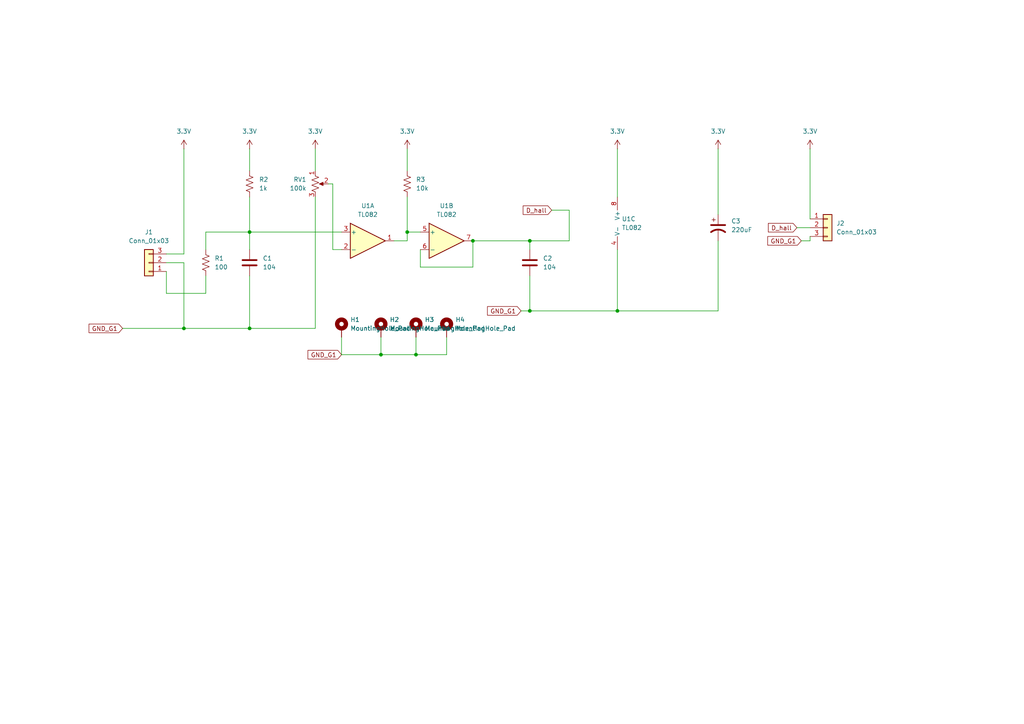
<source format=kicad_sch>
(kicad_sch
	(version 20231120)
	(generator "eeschema")
	(generator_version "8.0")
	(uuid "f313d6d8-94fb-4428-b36e-bb093cdc9c2f")
	(paper "A4")
	(lib_symbols
		(symbol "Amplifier_Operational:TL082"
			(pin_names
				(offset 0.127)
			)
			(exclude_from_sim no)
			(in_bom yes)
			(on_board yes)
			(property "Reference" "U"
				(at 0 5.08 0)
				(effects
					(font
						(size 1.27 1.27)
					)
					(justify left)
				)
			)
			(property "Value" "TL082"
				(at 0 -5.08 0)
				(effects
					(font
						(size 1.27 1.27)
					)
					(justify left)
				)
			)
			(property "Footprint" ""
				(at 0 0 0)
				(effects
					(font
						(size 1.27 1.27)
					)
					(hide yes)
				)
			)
			(property "Datasheet" "http://www.ti.com/lit/ds/symlink/tl081.pdf"
				(at 0 0 0)
				(effects
					(font
						(size 1.27 1.27)
					)
					(hide yes)
				)
			)
			(property "Description" "Dual JFET-Input Operational Amplifiers, DIP-8/SOIC-8/SSOP-8"
				(at 0 0 0)
				(effects
					(font
						(size 1.27 1.27)
					)
					(hide yes)
				)
			)
			(property "ki_locked" ""
				(at 0 0 0)
				(effects
					(font
						(size 1.27 1.27)
					)
				)
			)
			(property "ki_keywords" "dual opamp"
				(at 0 0 0)
				(effects
					(font
						(size 1.27 1.27)
					)
					(hide yes)
				)
			)
			(property "ki_fp_filters" "SOIC*3.9x4.9mm*P1.27mm* DIP*W7.62mm* TO*99* OnSemi*Micro8* TSSOP*3x3mm*P0.65mm* TSSOP*4.4x3mm*P0.65mm* MSOP*3x3mm*P0.65mm* SSOP*3.9x4.9mm*P0.635mm* LFCSP*2x2mm*P0.5mm* *SIP* SOIC*5.3x6.2mm*P1.27mm*"
				(at 0 0 0)
				(effects
					(font
						(size 1.27 1.27)
					)
					(hide yes)
				)
			)
			(symbol "TL082_1_1"
				(polyline
					(pts
						(xy -5.08 5.08) (xy 5.08 0) (xy -5.08 -5.08) (xy -5.08 5.08)
					)
					(stroke
						(width 0.254)
						(type default)
					)
					(fill
						(type background)
					)
				)
				(pin output line
					(at 7.62 0 180)
					(length 2.54)
					(name "~"
						(effects
							(font
								(size 1.27 1.27)
							)
						)
					)
					(number "1"
						(effects
							(font
								(size 1.27 1.27)
							)
						)
					)
				)
				(pin input line
					(at -7.62 -2.54 0)
					(length 2.54)
					(name "-"
						(effects
							(font
								(size 1.27 1.27)
							)
						)
					)
					(number "2"
						(effects
							(font
								(size 1.27 1.27)
							)
						)
					)
				)
				(pin input line
					(at -7.62 2.54 0)
					(length 2.54)
					(name "+"
						(effects
							(font
								(size 1.27 1.27)
							)
						)
					)
					(number "3"
						(effects
							(font
								(size 1.27 1.27)
							)
						)
					)
				)
			)
			(symbol "TL082_2_1"
				(polyline
					(pts
						(xy -5.08 5.08) (xy 5.08 0) (xy -5.08 -5.08) (xy -5.08 5.08)
					)
					(stroke
						(width 0.254)
						(type default)
					)
					(fill
						(type background)
					)
				)
				(pin input line
					(at -7.62 2.54 0)
					(length 2.54)
					(name "+"
						(effects
							(font
								(size 1.27 1.27)
							)
						)
					)
					(number "5"
						(effects
							(font
								(size 1.27 1.27)
							)
						)
					)
				)
				(pin input line
					(at -7.62 -2.54 0)
					(length 2.54)
					(name "-"
						(effects
							(font
								(size 1.27 1.27)
							)
						)
					)
					(number "6"
						(effects
							(font
								(size 1.27 1.27)
							)
						)
					)
				)
				(pin output line
					(at 7.62 0 180)
					(length 2.54)
					(name "~"
						(effects
							(font
								(size 1.27 1.27)
							)
						)
					)
					(number "7"
						(effects
							(font
								(size 1.27 1.27)
							)
						)
					)
				)
			)
			(symbol "TL082_3_1"
				(pin power_in line
					(at -2.54 -7.62 90)
					(length 3.81)
					(name "V-"
						(effects
							(font
								(size 1.27 1.27)
							)
						)
					)
					(number "4"
						(effects
							(font
								(size 1.27 1.27)
							)
						)
					)
				)
				(pin power_in line
					(at -2.54 7.62 270)
					(length 3.81)
					(name "V+"
						(effects
							(font
								(size 1.27 1.27)
							)
						)
					)
					(number "8"
						(effects
							(font
								(size 1.27 1.27)
							)
						)
					)
				)
			)
		)
		(symbol "Connector_Generic:Conn_01x03"
			(pin_names
				(offset 1.016) hide)
			(exclude_from_sim no)
			(in_bom yes)
			(on_board yes)
			(property "Reference" "J"
				(at 0 5.08 0)
				(effects
					(font
						(size 1.27 1.27)
					)
				)
			)
			(property "Value" "Conn_01x03"
				(at 0 -5.08 0)
				(effects
					(font
						(size 1.27 1.27)
					)
				)
			)
			(property "Footprint" ""
				(at 0 0 0)
				(effects
					(font
						(size 1.27 1.27)
					)
					(hide yes)
				)
			)
			(property "Datasheet" "~"
				(at 0 0 0)
				(effects
					(font
						(size 1.27 1.27)
					)
					(hide yes)
				)
			)
			(property "Description" "Generic connector, single row, 01x03, script generated (kicad-library-utils/schlib/autogen/connector/)"
				(at 0 0 0)
				(effects
					(font
						(size 1.27 1.27)
					)
					(hide yes)
				)
			)
			(property "ki_keywords" "connector"
				(at 0 0 0)
				(effects
					(font
						(size 1.27 1.27)
					)
					(hide yes)
				)
			)
			(property "ki_fp_filters" "Connector*:*_1x??_*"
				(at 0 0 0)
				(effects
					(font
						(size 1.27 1.27)
					)
					(hide yes)
				)
			)
			(symbol "Conn_01x03_1_1"
				(rectangle
					(start -1.27 -2.413)
					(end 0 -2.667)
					(stroke
						(width 0.1524)
						(type default)
					)
					(fill
						(type none)
					)
				)
				(rectangle
					(start -1.27 0.127)
					(end 0 -0.127)
					(stroke
						(width 0.1524)
						(type default)
					)
					(fill
						(type none)
					)
				)
				(rectangle
					(start -1.27 2.667)
					(end 0 2.413)
					(stroke
						(width 0.1524)
						(type default)
					)
					(fill
						(type none)
					)
				)
				(rectangle
					(start -1.27 3.81)
					(end 1.27 -3.81)
					(stroke
						(width 0.254)
						(type default)
					)
					(fill
						(type background)
					)
				)
				(pin passive line
					(at -5.08 2.54 0)
					(length 3.81)
					(name "Pin_1"
						(effects
							(font
								(size 1.27 1.27)
							)
						)
					)
					(number "1"
						(effects
							(font
								(size 1.27 1.27)
							)
						)
					)
				)
				(pin passive line
					(at -5.08 0 0)
					(length 3.81)
					(name "Pin_2"
						(effects
							(font
								(size 1.27 1.27)
							)
						)
					)
					(number "2"
						(effects
							(font
								(size 1.27 1.27)
							)
						)
					)
				)
				(pin passive line
					(at -5.08 -2.54 0)
					(length 3.81)
					(name "Pin_3"
						(effects
							(font
								(size 1.27 1.27)
							)
						)
					)
					(number "3"
						(effects
							(font
								(size 1.27 1.27)
							)
						)
					)
				)
			)
		)
		(symbol "Device:C"
			(pin_numbers hide)
			(pin_names
				(offset 0.254)
			)
			(exclude_from_sim no)
			(in_bom yes)
			(on_board yes)
			(property "Reference" "C"
				(at 0.635 2.54 0)
				(effects
					(font
						(size 1.27 1.27)
					)
					(justify left)
				)
			)
			(property "Value" "C"
				(at 0.635 -2.54 0)
				(effects
					(font
						(size 1.27 1.27)
					)
					(justify left)
				)
			)
			(property "Footprint" ""
				(at 0.9652 -3.81 0)
				(effects
					(font
						(size 1.27 1.27)
					)
					(hide yes)
				)
			)
			(property "Datasheet" "~"
				(at 0 0 0)
				(effects
					(font
						(size 1.27 1.27)
					)
					(hide yes)
				)
			)
			(property "Description" "Unpolarized capacitor"
				(at 0 0 0)
				(effects
					(font
						(size 1.27 1.27)
					)
					(hide yes)
				)
			)
			(property "ki_keywords" "cap capacitor"
				(at 0 0 0)
				(effects
					(font
						(size 1.27 1.27)
					)
					(hide yes)
				)
			)
			(property "ki_fp_filters" "C_*"
				(at 0 0 0)
				(effects
					(font
						(size 1.27 1.27)
					)
					(hide yes)
				)
			)
			(symbol "C_0_1"
				(polyline
					(pts
						(xy -2.032 -0.762) (xy 2.032 -0.762)
					)
					(stroke
						(width 0.508)
						(type default)
					)
					(fill
						(type none)
					)
				)
				(polyline
					(pts
						(xy -2.032 0.762) (xy 2.032 0.762)
					)
					(stroke
						(width 0.508)
						(type default)
					)
					(fill
						(type none)
					)
				)
			)
			(symbol "C_1_1"
				(pin passive line
					(at 0 3.81 270)
					(length 2.794)
					(name "~"
						(effects
							(font
								(size 1.27 1.27)
							)
						)
					)
					(number "1"
						(effects
							(font
								(size 1.27 1.27)
							)
						)
					)
				)
				(pin passive line
					(at 0 -3.81 90)
					(length 2.794)
					(name "~"
						(effects
							(font
								(size 1.27 1.27)
							)
						)
					)
					(number "2"
						(effects
							(font
								(size 1.27 1.27)
							)
						)
					)
				)
			)
		)
		(symbol "Device:C_Polarized_US"
			(pin_numbers hide)
			(pin_names
				(offset 0.254) hide)
			(exclude_from_sim no)
			(in_bom yes)
			(on_board yes)
			(property "Reference" "C"
				(at 0.635 2.54 0)
				(effects
					(font
						(size 1.27 1.27)
					)
					(justify left)
				)
			)
			(property "Value" "C_Polarized_US"
				(at 0.635 -2.54 0)
				(effects
					(font
						(size 1.27 1.27)
					)
					(justify left)
				)
			)
			(property "Footprint" ""
				(at 0 0 0)
				(effects
					(font
						(size 1.27 1.27)
					)
					(hide yes)
				)
			)
			(property "Datasheet" "~"
				(at 0 0 0)
				(effects
					(font
						(size 1.27 1.27)
					)
					(hide yes)
				)
			)
			(property "Description" "Polarized capacitor, US symbol"
				(at 0 0 0)
				(effects
					(font
						(size 1.27 1.27)
					)
					(hide yes)
				)
			)
			(property "ki_keywords" "cap capacitor"
				(at 0 0 0)
				(effects
					(font
						(size 1.27 1.27)
					)
					(hide yes)
				)
			)
			(property "ki_fp_filters" "CP_*"
				(at 0 0 0)
				(effects
					(font
						(size 1.27 1.27)
					)
					(hide yes)
				)
			)
			(symbol "C_Polarized_US_0_1"
				(polyline
					(pts
						(xy -2.032 0.762) (xy 2.032 0.762)
					)
					(stroke
						(width 0.508)
						(type default)
					)
					(fill
						(type none)
					)
				)
				(polyline
					(pts
						(xy -1.778 2.286) (xy -0.762 2.286)
					)
					(stroke
						(width 0)
						(type default)
					)
					(fill
						(type none)
					)
				)
				(polyline
					(pts
						(xy -1.27 1.778) (xy -1.27 2.794)
					)
					(stroke
						(width 0)
						(type default)
					)
					(fill
						(type none)
					)
				)
				(arc
					(start 2.032 -1.27)
					(mid 0 -0.5572)
					(end -2.032 -1.27)
					(stroke
						(width 0.508)
						(type default)
					)
					(fill
						(type none)
					)
				)
			)
			(symbol "C_Polarized_US_1_1"
				(pin passive line
					(at 0 3.81 270)
					(length 2.794)
					(name "~"
						(effects
							(font
								(size 1.27 1.27)
							)
						)
					)
					(number "1"
						(effects
							(font
								(size 1.27 1.27)
							)
						)
					)
				)
				(pin passive line
					(at 0 -3.81 90)
					(length 3.302)
					(name "~"
						(effects
							(font
								(size 1.27 1.27)
							)
						)
					)
					(number "2"
						(effects
							(font
								(size 1.27 1.27)
							)
						)
					)
				)
			)
		)
		(symbol "Device:R_Potentiometer_US"
			(pin_names
				(offset 1.016) hide)
			(exclude_from_sim no)
			(in_bom yes)
			(on_board yes)
			(property "Reference" "RV"
				(at -4.445 0 90)
				(effects
					(font
						(size 1.27 1.27)
					)
				)
			)
			(property "Value" "R_Potentiometer_US"
				(at -2.54 0 90)
				(effects
					(font
						(size 1.27 1.27)
					)
				)
			)
			(property "Footprint" ""
				(at 0 0 0)
				(effects
					(font
						(size 1.27 1.27)
					)
					(hide yes)
				)
			)
			(property "Datasheet" "~"
				(at 0 0 0)
				(effects
					(font
						(size 1.27 1.27)
					)
					(hide yes)
				)
			)
			(property "Description" "Potentiometer, US symbol"
				(at 0 0 0)
				(effects
					(font
						(size 1.27 1.27)
					)
					(hide yes)
				)
			)
			(property "ki_keywords" "resistor variable"
				(at 0 0 0)
				(effects
					(font
						(size 1.27 1.27)
					)
					(hide yes)
				)
			)
			(property "ki_fp_filters" "Potentiometer*"
				(at 0 0 0)
				(effects
					(font
						(size 1.27 1.27)
					)
					(hide yes)
				)
			)
			(symbol "R_Potentiometer_US_0_1"
				(polyline
					(pts
						(xy 0 -2.286) (xy 0 -2.54)
					)
					(stroke
						(width 0)
						(type default)
					)
					(fill
						(type none)
					)
				)
				(polyline
					(pts
						(xy 0 2.54) (xy 0 2.286)
					)
					(stroke
						(width 0)
						(type default)
					)
					(fill
						(type none)
					)
				)
				(polyline
					(pts
						(xy 2.54 0) (xy 1.524 0)
					)
					(stroke
						(width 0)
						(type default)
					)
					(fill
						(type none)
					)
				)
				(polyline
					(pts
						(xy 1.143 0) (xy 2.286 0.508) (xy 2.286 -0.508) (xy 1.143 0)
					)
					(stroke
						(width 0)
						(type default)
					)
					(fill
						(type outline)
					)
				)
				(polyline
					(pts
						(xy 0 -0.762) (xy 1.016 -1.143) (xy 0 -1.524) (xy -1.016 -1.905) (xy 0 -2.286)
					)
					(stroke
						(width 0)
						(type default)
					)
					(fill
						(type none)
					)
				)
				(polyline
					(pts
						(xy 0 0.762) (xy 1.016 0.381) (xy 0 0) (xy -1.016 -0.381) (xy 0 -0.762)
					)
					(stroke
						(width 0)
						(type default)
					)
					(fill
						(type none)
					)
				)
				(polyline
					(pts
						(xy 0 2.286) (xy 1.016 1.905) (xy 0 1.524) (xy -1.016 1.143) (xy 0 0.762)
					)
					(stroke
						(width 0)
						(type default)
					)
					(fill
						(type none)
					)
				)
			)
			(symbol "R_Potentiometer_US_1_1"
				(pin passive line
					(at 0 3.81 270)
					(length 1.27)
					(name "1"
						(effects
							(font
								(size 1.27 1.27)
							)
						)
					)
					(number "1"
						(effects
							(font
								(size 1.27 1.27)
							)
						)
					)
				)
				(pin passive line
					(at 3.81 0 180)
					(length 1.27)
					(name "2"
						(effects
							(font
								(size 1.27 1.27)
							)
						)
					)
					(number "2"
						(effects
							(font
								(size 1.27 1.27)
							)
						)
					)
				)
				(pin passive line
					(at 0 -3.81 90)
					(length 1.27)
					(name "3"
						(effects
							(font
								(size 1.27 1.27)
							)
						)
					)
					(number "3"
						(effects
							(font
								(size 1.27 1.27)
							)
						)
					)
				)
			)
		)
		(symbol "Device:R_US"
			(pin_numbers hide)
			(pin_names
				(offset 0)
			)
			(exclude_from_sim no)
			(in_bom yes)
			(on_board yes)
			(property "Reference" "R"
				(at 2.54 0 90)
				(effects
					(font
						(size 1.27 1.27)
					)
				)
			)
			(property "Value" "R_US"
				(at -2.54 0 90)
				(effects
					(font
						(size 1.27 1.27)
					)
				)
			)
			(property "Footprint" ""
				(at 1.016 -0.254 90)
				(effects
					(font
						(size 1.27 1.27)
					)
					(hide yes)
				)
			)
			(property "Datasheet" "~"
				(at 0 0 0)
				(effects
					(font
						(size 1.27 1.27)
					)
					(hide yes)
				)
			)
			(property "Description" "Resistor, US symbol"
				(at 0 0 0)
				(effects
					(font
						(size 1.27 1.27)
					)
					(hide yes)
				)
			)
			(property "ki_keywords" "R res resistor"
				(at 0 0 0)
				(effects
					(font
						(size 1.27 1.27)
					)
					(hide yes)
				)
			)
			(property "ki_fp_filters" "R_*"
				(at 0 0 0)
				(effects
					(font
						(size 1.27 1.27)
					)
					(hide yes)
				)
			)
			(symbol "R_US_0_1"
				(polyline
					(pts
						(xy 0 -2.286) (xy 0 -2.54)
					)
					(stroke
						(width 0)
						(type default)
					)
					(fill
						(type none)
					)
				)
				(polyline
					(pts
						(xy 0 2.286) (xy 0 2.54)
					)
					(stroke
						(width 0)
						(type default)
					)
					(fill
						(type none)
					)
				)
				(polyline
					(pts
						(xy 0 -0.762) (xy 1.016 -1.143) (xy 0 -1.524) (xy -1.016 -1.905) (xy 0 -2.286)
					)
					(stroke
						(width 0)
						(type default)
					)
					(fill
						(type none)
					)
				)
				(polyline
					(pts
						(xy 0 0.762) (xy 1.016 0.381) (xy 0 0) (xy -1.016 -0.381) (xy 0 -0.762)
					)
					(stroke
						(width 0)
						(type default)
					)
					(fill
						(type none)
					)
				)
				(polyline
					(pts
						(xy 0 2.286) (xy 1.016 1.905) (xy 0 1.524) (xy -1.016 1.143) (xy 0 0.762)
					)
					(stroke
						(width 0)
						(type default)
					)
					(fill
						(type none)
					)
				)
			)
			(symbol "R_US_1_1"
				(pin passive line
					(at 0 3.81 270)
					(length 1.27)
					(name "~"
						(effects
							(font
								(size 1.27 1.27)
							)
						)
					)
					(number "1"
						(effects
							(font
								(size 1.27 1.27)
							)
						)
					)
				)
				(pin passive line
					(at 0 -3.81 90)
					(length 1.27)
					(name "~"
						(effects
							(font
								(size 1.27 1.27)
							)
						)
					)
					(number "2"
						(effects
							(font
								(size 1.27 1.27)
							)
						)
					)
				)
			)
		)
		(symbol "Mechanical:MountingHole_Pad"
			(pin_numbers hide)
			(pin_names
				(offset 1.016) hide)
			(exclude_from_sim yes)
			(in_bom no)
			(on_board yes)
			(property "Reference" "H"
				(at 0 6.35 0)
				(effects
					(font
						(size 1.27 1.27)
					)
				)
			)
			(property "Value" "MountingHole_Pad"
				(at 0 4.445 0)
				(effects
					(font
						(size 1.27 1.27)
					)
				)
			)
			(property "Footprint" ""
				(at 0 0 0)
				(effects
					(font
						(size 1.27 1.27)
					)
					(hide yes)
				)
			)
			(property "Datasheet" "~"
				(at 0 0 0)
				(effects
					(font
						(size 1.27 1.27)
					)
					(hide yes)
				)
			)
			(property "Description" "Mounting Hole with connection"
				(at 0 0 0)
				(effects
					(font
						(size 1.27 1.27)
					)
					(hide yes)
				)
			)
			(property "ki_keywords" "mounting hole"
				(at 0 0 0)
				(effects
					(font
						(size 1.27 1.27)
					)
					(hide yes)
				)
			)
			(property "ki_fp_filters" "MountingHole*Pad*"
				(at 0 0 0)
				(effects
					(font
						(size 1.27 1.27)
					)
					(hide yes)
				)
			)
			(symbol "MountingHole_Pad_0_1"
				(circle
					(center 0 1.27)
					(radius 1.27)
					(stroke
						(width 1.27)
						(type default)
					)
					(fill
						(type none)
					)
				)
			)
			(symbol "MountingHole_Pad_1_1"
				(pin input line
					(at 0 -2.54 90)
					(length 2.54)
					(name "1"
						(effects
							(font
								(size 1.27 1.27)
							)
						)
					)
					(number "1"
						(effects
							(font
								(size 1.27 1.27)
							)
						)
					)
				)
			)
		)
		(symbol "power:VD"
			(power)
			(pin_numbers hide)
			(pin_names
				(offset 0) hide)
			(exclude_from_sim no)
			(in_bom yes)
			(on_board yes)
			(property "Reference" "#PWR"
				(at 0 -3.81 0)
				(effects
					(font
						(size 1.27 1.27)
					)
					(hide yes)
				)
			)
			(property "Value" "VD"
				(at 0 3.556 0)
				(effects
					(font
						(size 1.27 1.27)
					)
				)
			)
			(property "Footprint" ""
				(at 0 0 0)
				(effects
					(font
						(size 1.27 1.27)
					)
					(hide yes)
				)
			)
			(property "Datasheet" ""
				(at 0 0 0)
				(effects
					(font
						(size 1.27 1.27)
					)
					(hide yes)
				)
			)
			(property "Description" "Power symbol creates a global label with name \"VD\""
				(at 0 0 0)
				(effects
					(font
						(size 1.27 1.27)
					)
					(hide yes)
				)
			)
			(property "ki_keywords" "global power"
				(at 0 0 0)
				(effects
					(font
						(size 1.27 1.27)
					)
					(hide yes)
				)
			)
			(symbol "VD_0_1"
				(polyline
					(pts
						(xy -0.762 1.27) (xy 0 2.54)
					)
					(stroke
						(width 0)
						(type default)
					)
					(fill
						(type none)
					)
				)
				(polyline
					(pts
						(xy 0 0) (xy 0 2.54)
					)
					(stroke
						(width 0)
						(type default)
					)
					(fill
						(type none)
					)
				)
				(polyline
					(pts
						(xy 0 2.54) (xy 0.762 1.27)
					)
					(stroke
						(width 0)
						(type default)
					)
					(fill
						(type none)
					)
				)
			)
			(symbol "VD_1_1"
				(pin power_in line
					(at 0 0 90)
					(length 0)
					(name "~"
						(effects
							(font
								(size 1.27 1.27)
							)
						)
					)
					(number "1"
						(effects
							(font
								(size 1.27 1.27)
							)
						)
					)
				)
			)
		)
	)
	(junction
		(at 72.39 67.31)
		(diameter 0)
		(color 0 0 0 0)
		(uuid "0d763a60-580a-43d9-9b02-6288fc76c4e6")
	)
	(junction
		(at 179.07 90.17)
		(diameter 0)
		(color 0 0 0 0)
		(uuid "0db0cf99-30cf-45ab-b9be-9fc2183500de")
	)
	(junction
		(at 153.67 90.17)
		(diameter 0)
		(color 0 0 0 0)
		(uuid "109b4d3b-1285-4c3e-a625-aa60746962f1")
	)
	(junction
		(at 120.65 102.87)
		(diameter 0)
		(color 0 0 0 0)
		(uuid "184905f8-f56a-4f2d-9fb3-28b71c4766e7")
	)
	(junction
		(at 137.16 69.85)
		(diameter 0)
		(color 0 0 0 0)
		(uuid "238e94ec-b7f0-43f1-b0f2-ae6a355f1378")
	)
	(junction
		(at 153.67 69.85)
		(diameter 0)
		(color 0 0 0 0)
		(uuid "25a11def-82b1-46f4-81d0-3193d01b55ac")
	)
	(junction
		(at 72.39 95.25)
		(diameter 0)
		(color 0 0 0 0)
		(uuid "9c0336e2-54a8-4305-ae6b-37240c0c4d7a")
	)
	(junction
		(at 118.11 67.31)
		(diameter 0)
		(color 0 0 0 0)
		(uuid "a2aa00e8-9e1a-4d9c-b79f-4c906ed86fdd")
	)
	(junction
		(at 53.34 95.25)
		(diameter 0)
		(color 0 0 0 0)
		(uuid "d98b1ce5-5765-4923-8306-a3832e56658f")
	)
	(junction
		(at 110.49 102.87)
		(diameter 0)
		(color 0 0 0 0)
		(uuid "f6974bb1-0518-4892-bc03-06ad853749f4")
	)
	(wire
		(pts
			(xy 59.69 72.39) (xy 59.69 67.31)
		)
		(stroke
			(width 0)
			(type default)
		)
		(uuid "021a80fe-e67d-4305-906a-26081ed0ef74")
	)
	(wire
		(pts
			(xy 72.39 49.53) (xy 72.39 43.18)
		)
		(stroke
			(width 0)
			(type default)
		)
		(uuid "036e75c2-367c-4703-abd7-694f9b352e14")
	)
	(wire
		(pts
			(xy 72.39 67.31) (xy 99.06 67.31)
		)
		(stroke
			(width 0)
			(type default)
		)
		(uuid "08b391c9-5f0a-4f0d-99e0-0c1e7249fb44")
	)
	(wire
		(pts
			(xy 72.39 57.15) (xy 72.39 67.31)
		)
		(stroke
			(width 0)
			(type default)
		)
		(uuid "15e5bbdf-2d6b-41ff-ab3c-4dd3fbc70771")
	)
	(wire
		(pts
			(xy 53.34 76.2) (xy 53.34 95.25)
		)
		(stroke
			(width 0)
			(type default)
		)
		(uuid "1de3b137-07e0-4373-9a7a-1e9e607ae751")
	)
	(wire
		(pts
			(xy 234.95 66.04) (xy 231.14 66.04)
		)
		(stroke
			(width 0)
			(type default)
		)
		(uuid "1f9d982b-3527-4bf9-94c2-d044f0dce3c2")
	)
	(wire
		(pts
			(xy 91.44 43.18) (xy 91.44 49.53)
		)
		(stroke
			(width 0)
			(type default)
		)
		(uuid "2d281406-9bb3-4c7e-a878-ec7c9c04ad91")
	)
	(wire
		(pts
			(xy 118.11 67.31) (xy 118.11 69.85)
		)
		(stroke
			(width 0)
			(type default)
		)
		(uuid "3a7dbb29-a7af-4c96-a151-e76694b19eeb")
	)
	(wire
		(pts
			(xy 96.52 53.34) (xy 95.25 53.34)
		)
		(stroke
			(width 0)
			(type default)
		)
		(uuid "3bdc17b0-39e1-40ac-bf78-5dc96ea1de80")
	)
	(wire
		(pts
			(xy 120.65 102.87) (xy 110.49 102.87)
		)
		(stroke
			(width 0)
			(type default)
		)
		(uuid "427ccae7-e433-4b47-8e8a-10ddf11d89ef")
	)
	(wire
		(pts
			(xy 179.07 43.18) (xy 179.07 57.15)
		)
		(stroke
			(width 0)
			(type default)
		)
		(uuid "42c7fdf7-8009-4746-813d-f8b6ac1ce01d")
	)
	(wire
		(pts
			(xy 48.26 73.66) (xy 53.34 73.66)
		)
		(stroke
			(width 0)
			(type default)
		)
		(uuid "43c9286e-d49f-4cf6-8a63-5045ab1b2c57")
	)
	(wire
		(pts
			(xy 137.16 77.47) (xy 137.16 69.85)
		)
		(stroke
			(width 0)
			(type default)
		)
		(uuid "485f4fb5-8720-42cf-82d0-b4a23247839b")
	)
	(wire
		(pts
			(xy 48.26 85.09) (xy 59.69 85.09)
		)
		(stroke
			(width 0)
			(type default)
		)
		(uuid "4c950fca-0a9a-424c-8136-8defce247be3")
	)
	(wire
		(pts
			(xy 234.95 69.85) (xy 232.41 69.85)
		)
		(stroke
			(width 0)
			(type default)
		)
		(uuid "4dabc17c-22cf-4ff4-8c64-1261683107a8")
	)
	(wire
		(pts
			(xy 137.16 69.85) (xy 153.67 69.85)
		)
		(stroke
			(width 0)
			(type default)
		)
		(uuid "4f84999a-3890-4f5f-ae4f-0a704607192f")
	)
	(wire
		(pts
			(xy 99.06 102.87) (xy 99.06 97.79)
		)
		(stroke
			(width 0)
			(type default)
		)
		(uuid "50117398-c5f8-44e1-8722-b3d28f23f866")
	)
	(wire
		(pts
			(xy 118.11 69.85) (xy 114.3 69.85)
		)
		(stroke
			(width 0)
			(type default)
		)
		(uuid "54ec847d-fe15-4177-b078-8bd06098fbad")
	)
	(wire
		(pts
			(xy 72.39 95.25) (xy 53.34 95.25)
		)
		(stroke
			(width 0)
			(type default)
		)
		(uuid "5b194ced-164e-44d0-b288-cfc3892a1fc7")
	)
	(wire
		(pts
			(xy 91.44 57.15) (xy 91.44 95.25)
		)
		(stroke
			(width 0)
			(type default)
		)
		(uuid "6cda9f0c-50c9-4c85-a8f5-6c18f992a278")
	)
	(wire
		(pts
			(xy 53.34 95.25) (xy 35.56 95.25)
		)
		(stroke
			(width 0)
			(type default)
		)
		(uuid "6e45249e-c0a8-401c-8375-20e6f2c5a853")
	)
	(wire
		(pts
			(xy 120.65 97.79) (xy 120.65 102.87)
		)
		(stroke
			(width 0)
			(type default)
		)
		(uuid "7667c705-b56a-4153-a721-895e27c6690d")
	)
	(wire
		(pts
			(xy 165.1 60.96) (xy 165.1 69.85)
		)
		(stroke
			(width 0)
			(type default)
		)
		(uuid "7a17b1a2-7ae6-4e8a-8792-968e3740f57c")
	)
	(wire
		(pts
			(xy 91.44 95.25) (xy 72.39 95.25)
		)
		(stroke
			(width 0)
			(type default)
		)
		(uuid "7a3fb511-f436-4181-a816-2e19424f9e1e")
	)
	(wire
		(pts
			(xy 151.13 90.17) (xy 153.67 90.17)
		)
		(stroke
			(width 0)
			(type default)
		)
		(uuid "8177ba9b-db7e-499a-a83d-c3b30fc18725")
	)
	(wire
		(pts
			(xy 160.02 60.96) (xy 165.1 60.96)
		)
		(stroke
			(width 0)
			(type default)
		)
		(uuid "81b3b83d-184a-4203-93cb-21ca46b500c5")
	)
	(wire
		(pts
			(xy 59.69 85.09) (xy 59.69 80.01)
		)
		(stroke
			(width 0)
			(type default)
		)
		(uuid "872ac302-cd6a-4718-8ef2-c363e55783ed")
	)
	(wire
		(pts
			(xy 121.92 72.39) (xy 121.92 77.47)
		)
		(stroke
			(width 0)
			(type default)
		)
		(uuid "92f677f8-f009-46bd-906a-6c0389bc6001")
	)
	(wire
		(pts
			(xy 153.67 90.17) (xy 179.07 90.17)
		)
		(stroke
			(width 0)
			(type default)
		)
		(uuid "982fbbc8-1519-40d7-a543-3f00095802d8")
	)
	(wire
		(pts
			(xy 110.49 102.87) (xy 99.06 102.87)
		)
		(stroke
			(width 0)
			(type default)
		)
		(uuid "99ee57b6-176a-4c54-aa38-4972ce51c05d")
	)
	(wire
		(pts
			(xy 59.69 67.31) (xy 72.39 67.31)
		)
		(stroke
			(width 0)
			(type default)
		)
		(uuid "abf5da21-dbff-4015-8d42-37f1bf75f512")
	)
	(wire
		(pts
			(xy 99.06 72.39) (xy 96.52 72.39)
		)
		(stroke
			(width 0)
			(type default)
		)
		(uuid "ac1763ff-d09b-4346-9136-7c76b574fbec")
	)
	(wire
		(pts
			(xy 48.26 76.2) (xy 53.34 76.2)
		)
		(stroke
			(width 0)
			(type default)
		)
		(uuid "aca93a3a-3557-43fc-aea5-04d0431585b4")
	)
	(wire
		(pts
			(xy 208.28 62.23) (xy 208.28 43.18)
		)
		(stroke
			(width 0)
			(type default)
		)
		(uuid "b1d47360-3805-47ba-9611-a0a29a887026")
	)
	(wire
		(pts
			(xy 208.28 90.17) (xy 208.28 69.85)
		)
		(stroke
			(width 0)
			(type default)
		)
		(uuid "b8aeb9f1-619e-4a7f-b805-ea1eab7378f2")
	)
	(wire
		(pts
			(xy 121.92 77.47) (xy 137.16 77.47)
		)
		(stroke
			(width 0)
			(type default)
		)
		(uuid "c2ffd4d0-7c09-4dac-937a-73196f2bb2c2")
	)
	(wire
		(pts
			(xy 118.11 49.53) (xy 118.11 43.18)
		)
		(stroke
			(width 0)
			(type default)
		)
		(uuid "c4f5265f-f468-4747-9f2d-cba368cee812")
	)
	(wire
		(pts
			(xy 165.1 69.85) (xy 153.67 69.85)
		)
		(stroke
			(width 0)
			(type default)
		)
		(uuid "ca6d7354-3db2-4f0c-9b0b-d0bf568e7daa")
	)
	(wire
		(pts
			(xy 53.34 73.66) (xy 53.34 43.18)
		)
		(stroke
			(width 0)
			(type default)
		)
		(uuid "cff3384b-9dbc-4644-b87f-cc7711c59703")
	)
	(wire
		(pts
			(xy 48.26 85.09) (xy 48.26 78.74)
		)
		(stroke
			(width 0)
			(type default)
		)
		(uuid "d39ae181-9aa9-4eda-b7d0-002ea9e59337")
	)
	(wire
		(pts
			(xy 72.39 80.01) (xy 72.39 95.25)
		)
		(stroke
			(width 0)
			(type default)
		)
		(uuid "d5024aaa-41f1-44dd-9b45-46892e7b4ae3")
	)
	(wire
		(pts
			(xy 129.54 102.87) (xy 120.65 102.87)
		)
		(stroke
			(width 0)
			(type default)
		)
		(uuid "d9f63037-0ba0-42e9-8c26-36720462dcf3")
	)
	(wire
		(pts
			(xy 179.07 72.39) (xy 179.07 90.17)
		)
		(stroke
			(width 0)
			(type default)
		)
		(uuid "da1038ed-0578-473a-994c-2275c41018be")
	)
	(wire
		(pts
			(xy 234.95 68.58) (xy 234.95 69.85)
		)
		(stroke
			(width 0)
			(type default)
		)
		(uuid "db450562-ba05-4708-8c5d-e1df386d4c9b")
	)
	(wire
		(pts
			(xy 179.07 90.17) (xy 208.28 90.17)
		)
		(stroke
			(width 0)
			(type default)
		)
		(uuid "dc150ecd-0b64-4cdb-a291-724931f116bb")
	)
	(wire
		(pts
			(xy 96.52 72.39) (xy 96.52 53.34)
		)
		(stroke
			(width 0)
			(type default)
		)
		(uuid "dcba978b-6ec5-4397-8adb-7d5a0b46709c")
	)
	(wire
		(pts
			(xy 110.49 97.79) (xy 110.49 102.87)
		)
		(stroke
			(width 0)
			(type default)
		)
		(uuid "ec2586f7-7b36-488a-a0f9-ae7c8301a9a4")
	)
	(wire
		(pts
			(xy 234.95 63.5) (xy 234.95 43.18)
		)
		(stroke
			(width 0)
			(type default)
		)
		(uuid "ef1ef2b2-0754-4dad-a698-f52d6a71974c")
	)
	(wire
		(pts
			(xy 129.54 97.79) (xy 129.54 102.87)
		)
		(stroke
			(width 0)
			(type default)
		)
		(uuid "ef24d181-30ea-47d5-be27-7c3d66c44cc1")
	)
	(wire
		(pts
			(xy 153.67 80.01) (xy 153.67 90.17)
		)
		(stroke
			(width 0)
			(type default)
		)
		(uuid "f30c58e8-599d-4a4b-82fd-a2ed0e3190a2")
	)
	(wire
		(pts
			(xy 121.92 67.31) (xy 118.11 67.31)
		)
		(stroke
			(width 0)
			(type default)
		)
		(uuid "f48272a4-e47c-4eb5-be2b-7b0a1a51813d")
	)
	(wire
		(pts
			(xy 72.39 72.39) (xy 72.39 67.31)
		)
		(stroke
			(width 0)
			(type default)
		)
		(uuid "f69529de-3d98-4be0-8f02-fa117b77d57b")
	)
	(wire
		(pts
			(xy 118.11 57.15) (xy 118.11 67.31)
		)
		(stroke
			(width 0)
			(type default)
		)
		(uuid "fae97060-fffc-4a3e-809d-531a28dea047")
	)
	(wire
		(pts
			(xy 153.67 69.85) (xy 153.67 72.39)
		)
		(stroke
			(width 0)
			(type default)
		)
		(uuid "ff16d94c-cdfc-4fa9-a2d6-2e4e5a679230")
	)
	(global_label "D_hall"
		(shape input)
		(at 160.02 60.96 180)
		(fields_autoplaced yes)
		(effects
			(font
				(size 1.27 1.27)
			)
			(justify right)
		)
		(uuid "40543041-59ba-4398-8b13-57fe26492411")
		(property "Intersheetrefs" "${INTERSHEET_REFS}"
			(at 151.1688 60.96 0)
			(effects
				(font
					(size 1.27 1.27)
				)
				(justify right)
				(hide yes)
			)
		)
	)
	(global_label "GND_G1"
		(shape input)
		(at 232.41 69.85 180)
		(fields_autoplaced yes)
		(effects
			(font
				(size 1.27 1.27)
			)
			(justify right)
		)
		(uuid "416bbb1f-1ab3-44ee-821b-0c8d4f7adffc")
		(property "Intersheetrefs" "${INTERSHEET_REFS}"
			(at 222.1072 69.85 0)
			(effects
				(font
					(size 1.27 1.27)
				)
				(justify right)
				(hide yes)
			)
		)
	)
	(global_label "GND_G1"
		(shape input)
		(at 35.56 95.25 180)
		(fields_autoplaced yes)
		(effects
			(font
				(size 1.27 1.27)
			)
			(justify right)
		)
		(uuid "54fb8d8f-464a-4140-844c-9e17a50a29b2")
		(property "Intersheetrefs" "${INTERSHEET_REFS}"
			(at 25.2572 95.25 0)
			(effects
				(font
					(size 1.27 1.27)
				)
				(justify right)
				(hide yes)
			)
		)
	)
	(global_label "D_hall"
		(shape input)
		(at 231.14 66.04 180)
		(fields_autoplaced yes)
		(effects
			(font
				(size 1.27 1.27)
			)
			(justify right)
		)
		(uuid "58195ee2-e380-4c52-8f71-d3eb04a9f1bf")
		(property "Intersheetrefs" "${INTERSHEET_REFS}"
			(at 222.2888 66.04 0)
			(effects
				(font
					(size 1.27 1.27)
				)
				(justify right)
				(hide yes)
			)
		)
	)
	(global_label "GND_G1"
		(shape input)
		(at 151.13 90.17 180)
		(fields_autoplaced yes)
		(effects
			(font
				(size 1.27 1.27)
			)
			(justify right)
		)
		(uuid "8122945e-d7fa-45e6-b3c3-92f6f09004a2")
		(property "Intersheetrefs" "${INTERSHEET_REFS}"
			(at 140.8272 90.17 0)
			(effects
				(font
					(size 1.27 1.27)
				)
				(justify right)
				(hide yes)
			)
		)
	)
	(global_label "GND_G1"
		(shape input)
		(at 99.06 102.87 180)
		(fields_autoplaced yes)
		(effects
			(font
				(size 1.27 1.27)
			)
			(justify right)
		)
		(uuid "c7437202-5815-4d9f-bbd7-76edc883fdc4")
		(property "Intersheetrefs" "${INTERSHEET_REFS}"
			(at 88.7572 102.87 0)
			(effects
				(font
					(size 1.27 1.27)
				)
				(justify right)
				(hide yes)
			)
		)
	)
	(symbol
		(lib_id "power:VD")
		(at 234.95 43.18 0)
		(unit 1)
		(exclude_from_sim no)
		(in_bom yes)
		(on_board yes)
		(dnp no)
		(fields_autoplaced yes)
		(uuid "0c7d6c0d-b2fd-40c4-ba2e-633d5e7fbd58")
		(property "Reference" "#PWR07"
			(at 234.95 46.99 0)
			(effects
				(font
					(size 1.27 1.27)
				)
				(hide yes)
			)
		)
		(property "Value" "3.3V"
			(at 234.95 38.1 0)
			(effects
				(font
					(size 1.27 1.27)
				)
			)
		)
		(property "Footprint" ""
			(at 234.95 43.18 0)
			(effects
				(font
					(size 1.27 1.27)
				)
				(hide yes)
			)
		)
		(property "Datasheet" ""
			(at 234.95 43.18 0)
			(effects
				(font
					(size 1.27 1.27)
				)
				(hide yes)
			)
		)
		(property "Description" "Power symbol creates a global label with name \"VD\""
			(at 234.95 43.18 0)
			(effects
				(font
					(size 1.27 1.27)
				)
				(hide yes)
			)
		)
		(pin "1"
			(uuid "0adb2885-63d5-4ced-996d-4b8e899f530a")
		)
		(instances
			(project "Placa ANEMOMETRO"
				(path "/f313d6d8-94fb-4428-b36e-bb093cdc9c2f"
					(reference "#PWR07")
					(unit 1)
				)
			)
		)
	)
	(symbol
		(lib_id "Device:R_US")
		(at 59.69 76.2 0)
		(unit 1)
		(exclude_from_sim no)
		(in_bom yes)
		(on_board yes)
		(dnp no)
		(fields_autoplaced yes)
		(uuid "110baa65-a68f-4e4f-a34f-e3daa4911d7f")
		(property "Reference" "R1"
			(at 62.23 74.9299 0)
			(effects
				(font
					(size 1.27 1.27)
				)
				(justify left)
			)
		)
		(property "Value" "100"
			(at 62.23 77.4699 0)
			(effects
				(font
					(size 1.27 1.27)
				)
				(justify left)
			)
		)
		(property "Footprint" "Resistor_THT:R_Axial_DIN0207_L6.3mm_D2.5mm_P7.62mm_Horizontal"
			(at 60.706 76.454 90)
			(effects
				(font
					(size 1.27 1.27)
				)
				(hide yes)
			)
		)
		(property "Datasheet" "~"
			(at 59.69 76.2 0)
			(effects
				(font
					(size 1.27 1.27)
				)
				(hide yes)
			)
		)
		(property "Description" "Resistor, US symbol"
			(at 59.69 76.2 0)
			(effects
				(font
					(size 1.27 1.27)
				)
				(hide yes)
			)
		)
		(pin "2"
			(uuid "bfc899d1-747d-4ab3-a7d0-0caa7ffd52aa")
		)
		(pin "1"
			(uuid "e3c8bd42-12e9-462f-8bc0-ec87cb6dcbe6")
		)
		(instances
			(project ""
				(path "/f313d6d8-94fb-4428-b36e-bb093cdc9c2f"
					(reference "R1")
					(unit 1)
				)
			)
		)
	)
	(symbol
		(lib_id "Mechanical:MountingHole_Pad")
		(at 120.65 95.25 0)
		(unit 1)
		(exclude_from_sim yes)
		(in_bom no)
		(on_board yes)
		(dnp no)
		(fields_autoplaced yes)
		(uuid "138b90a3-2f5f-48ab-b03c-8243e5aa7963")
		(property "Reference" "H3"
			(at 123.19 92.7099 0)
			(effects
				(font
					(size 1.27 1.27)
				)
				(justify left)
			)
		)
		(property "Value" "MountingHole_Pad"
			(at 123.19 95.2499 0)
			(effects
				(font
					(size 1.27 1.27)
				)
				(justify left)
			)
		)
		(property "Footprint" "MountingHole:MountingHole_2.2mm_M2_DIN965_Pad"
			(at 120.65 95.25 0)
			(effects
				(font
					(size 1.27 1.27)
				)
				(hide yes)
			)
		)
		(property "Datasheet" "~"
			(at 120.65 95.25 0)
			(effects
				(font
					(size 1.27 1.27)
				)
				(hide yes)
			)
		)
		(property "Description" "Mounting Hole with connection"
			(at 120.65 95.25 0)
			(effects
				(font
					(size 1.27 1.27)
				)
				(hide yes)
			)
		)
		(pin "1"
			(uuid "e25be6a5-9e7b-4ba4-a512-fc89d5ce2d95")
		)
		(instances
			(project "Placa ANEMOMETRO"
				(path "/f313d6d8-94fb-4428-b36e-bb093cdc9c2f"
					(reference "H3")
					(unit 1)
				)
			)
		)
	)
	(symbol
		(lib_id "Device:R_US")
		(at 72.39 53.34 0)
		(unit 1)
		(exclude_from_sim no)
		(in_bom yes)
		(on_board yes)
		(dnp no)
		(fields_autoplaced yes)
		(uuid "16162b95-dde8-4ded-a8e8-cfbbd4d42724")
		(property "Reference" "R2"
			(at 75.1318 52.0699 0)
			(effects
				(font
					(size 1.27 1.27)
				)
				(justify left)
			)
		)
		(property "Value" "1k"
			(at 75.1318 54.6099 0)
			(effects
				(font
					(size 1.27 1.27)
				)
				(justify left)
			)
		)
		(property "Footprint" "Resistor_THT:R_Axial_DIN0207_L6.3mm_D2.5mm_P7.62mm_Horizontal"
			(at 73.406 53.594 90)
			(effects
				(font
					(size 1.27 1.27)
				)
				(hide yes)
			)
		)
		(property "Datasheet" "~"
			(at 72.39 53.34 0)
			(effects
				(font
					(size 1.27 1.27)
				)
				(hide yes)
			)
		)
		(property "Description" "Resistor, US symbol"
			(at 72.39 53.34 0)
			(effects
				(font
					(size 1.27 1.27)
				)
				(hide yes)
			)
		)
		(pin "2"
			(uuid "30c10ddd-0501-43ac-abc9-0e6849121e3b")
		)
		(pin "1"
			(uuid "296e65f0-a1b0-4db7-b1b9-4ce5cc41cc5a")
		)
		(instances
			(project "Placa ANEMOMETRO"
				(path "/f313d6d8-94fb-4428-b36e-bb093cdc9c2f"
					(reference "R2")
					(unit 1)
				)
			)
		)
	)
	(symbol
		(lib_id "Connector_Generic:Conn_01x03")
		(at 43.18 76.2 180)
		(unit 1)
		(exclude_from_sim no)
		(in_bom yes)
		(on_board yes)
		(dnp no)
		(fields_autoplaced yes)
		(uuid "1f2bd61c-1bdd-4dd5-96bf-3e32af715a9d")
		(property "Reference" "J1"
			(at 43.18 67.31 0)
			(effects
				(font
					(size 1.27 1.27)
				)
			)
		)
		(property "Value" "Conn_01x03"
			(at 43.18 69.85 0)
			(effects
				(font
					(size 1.27 1.27)
				)
			)
		)
		(property "Footprint" "Connector_PinHeader_2.54mm:PinHeader_1x03_P2.54mm_Vertical"
			(at 43.18 76.2 0)
			(effects
				(font
					(size 1.27 1.27)
				)
				(hide yes)
			)
		)
		(property "Datasheet" "~"
			(at 43.18 76.2 0)
			(effects
				(font
					(size 1.27 1.27)
				)
				(hide yes)
			)
		)
		(property "Description" "Generic connector, single row, 01x03, script generated (kicad-library-utils/schlib/autogen/connector/)"
			(at 43.18 76.2 0)
			(effects
				(font
					(size 1.27 1.27)
				)
				(hide yes)
			)
		)
		(pin "2"
			(uuid "785c53e0-e3e8-46e2-b042-568a8bed8c01")
		)
		(pin "3"
			(uuid "9cfc5d47-3193-408e-b2fc-4afcae528f34")
		)
		(pin "1"
			(uuid "95aadf5e-b5ea-479e-8501-22c8033663bd")
		)
		(instances
			(project ""
				(path "/f313d6d8-94fb-4428-b36e-bb093cdc9c2f"
					(reference "J1")
					(unit 1)
				)
			)
		)
	)
	(symbol
		(lib_id "Mechanical:MountingHole_Pad")
		(at 99.06 95.25 0)
		(unit 1)
		(exclude_from_sim yes)
		(in_bom no)
		(on_board yes)
		(dnp no)
		(fields_autoplaced yes)
		(uuid "2f7f7481-e568-4b2e-a730-04f36cb76f0f")
		(property "Reference" "H1"
			(at 101.6 92.7099 0)
			(effects
				(font
					(size 1.27 1.27)
				)
				(justify left)
			)
		)
		(property "Value" "MountingHole_Pad"
			(at 101.6 95.2499 0)
			(effects
				(font
					(size 1.27 1.27)
				)
				(justify left)
			)
		)
		(property "Footprint" "MountingHole:MountingHole_2.2mm_M2_DIN965_Pad"
			(at 99.06 95.25 0)
			(effects
				(font
					(size 1.27 1.27)
				)
				(hide yes)
			)
		)
		(property "Datasheet" "~"
			(at 99.06 95.25 0)
			(effects
				(font
					(size 1.27 1.27)
				)
				(hide yes)
			)
		)
		(property "Description" "Mounting Hole with connection"
			(at 99.06 95.25 0)
			(effects
				(font
					(size 1.27 1.27)
				)
				(hide yes)
			)
		)
		(pin "1"
			(uuid "9ae10c1e-69ba-4734-901b-7c20ee3e7151")
		)
		(instances
			(project ""
				(path "/f313d6d8-94fb-4428-b36e-bb093cdc9c2f"
					(reference "H1")
					(unit 1)
				)
			)
		)
	)
	(symbol
		(lib_id "Mechanical:MountingHole_Pad")
		(at 110.49 95.25 0)
		(unit 1)
		(exclude_from_sim yes)
		(in_bom no)
		(on_board yes)
		(dnp no)
		(fields_autoplaced yes)
		(uuid "318fd49b-d427-4aa7-a072-10c0047be44e")
		(property "Reference" "H2"
			(at 113.03 92.7099 0)
			(effects
				(font
					(size 1.27 1.27)
				)
				(justify left)
			)
		)
		(property "Value" "MountingHole_Pad"
			(at 113.03 95.2499 0)
			(effects
				(font
					(size 1.27 1.27)
				)
				(justify left)
			)
		)
		(property "Footprint" "MountingHole:MountingHole_2.2mm_M2_DIN965_Pad"
			(at 110.49 95.25 0)
			(effects
				(font
					(size 1.27 1.27)
				)
				(hide yes)
			)
		)
		(property "Datasheet" "~"
			(at 110.49 95.25 0)
			(effects
				(font
					(size 1.27 1.27)
				)
				(hide yes)
			)
		)
		(property "Description" "Mounting Hole with connection"
			(at 110.49 95.25 0)
			(effects
				(font
					(size 1.27 1.27)
				)
				(hide yes)
			)
		)
		(pin "1"
			(uuid "2a5a25ea-5ff2-40a5-9678-15a126c48d18")
		)
		(instances
			(project "Placa ANEMOMETRO"
				(path "/f313d6d8-94fb-4428-b36e-bb093cdc9c2f"
					(reference "H2")
					(unit 1)
				)
			)
		)
	)
	(symbol
		(lib_id "power:VD")
		(at 179.07 43.18 0)
		(unit 1)
		(exclude_from_sim no)
		(in_bom yes)
		(on_board yes)
		(dnp no)
		(fields_autoplaced yes)
		(uuid "33ce03d6-8168-4501-9ce9-340095711bca")
		(property "Reference" "#PWR04"
			(at 179.07 46.99 0)
			(effects
				(font
					(size 1.27 1.27)
				)
				(hide yes)
			)
		)
		(property "Value" "3.3V"
			(at 179.07 38.1 0)
			(effects
				(font
					(size 1.27 1.27)
				)
			)
		)
		(property "Footprint" ""
			(at 179.07 43.18 0)
			(effects
				(font
					(size 1.27 1.27)
				)
				(hide yes)
			)
		)
		(property "Datasheet" ""
			(at 179.07 43.18 0)
			(effects
				(font
					(size 1.27 1.27)
				)
				(hide yes)
			)
		)
		(property "Description" "Power symbol creates a global label with name \"VD\""
			(at 179.07 43.18 0)
			(effects
				(font
					(size 1.27 1.27)
				)
				(hide yes)
			)
		)
		(pin "1"
			(uuid "28cc876c-a8de-4d21-a3fa-6a2dafe9ec3f")
		)
		(instances
			(project "Placa ANEMOMETRO"
				(path "/f313d6d8-94fb-4428-b36e-bb093cdc9c2f"
					(reference "#PWR04")
					(unit 1)
				)
			)
		)
	)
	(symbol
		(lib_id "Mechanical:MountingHole_Pad")
		(at 129.54 95.25 0)
		(unit 1)
		(exclude_from_sim yes)
		(in_bom no)
		(on_board yes)
		(dnp no)
		(fields_autoplaced yes)
		(uuid "3d95db9f-e9ae-46fd-a3ba-f535cb0fb430")
		(property "Reference" "H4"
			(at 132.08 92.7099 0)
			(effects
				(font
					(size 1.27 1.27)
				)
				(justify left)
			)
		)
		(property "Value" "MountingHole_Pad"
			(at 132.08 95.2499 0)
			(effects
				(font
					(size 1.27 1.27)
				)
				(justify left)
			)
		)
		(property "Footprint" "MountingHole:MountingHole_2.2mm_M2_DIN965_Pad"
			(at 129.54 95.25 0)
			(effects
				(font
					(size 1.27 1.27)
				)
				(hide yes)
			)
		)
		(property "Datasheet" "~"
			(at 129.54 95.25 0)
			(effects
				(font
					(size 1.27 1.27)
				)
				(hide yes)
			)
		)
		(property "Description" "Mounting Hole with connection"
			(at 129.54 95.25 0)
			(effects
				(font
					(size 1.27 1.27)
				)
				(hide yes)
			)
		)
		(pin "1"
			(uuid "aa15d094-9a5f-438f-802f-78c703d78946")
		)
		(instances
			(project "Placa ANEMOMETRO"
				(path "/f313d6d8-94fb-4428-b36e-bb093cdc9c2f"
					(reference "H4")
					(unit 1)
				)
			)
		)
	)
	(symbol
		(lib_id "Device:C")
		(at 153.67 76.2 0)
		(unit 1)
		(exclude_from_sim no)
		(in_bom yes)
		(on_board yes)
		(dnp no)
		(fields_autoplaced yes)
		(uuid "502106dc-c566-461a-9931-51a52e79fdac")
		(property "Reference" "C2"
			(at 157.48 74.9299 0)
			(effects
				(font
					(size 1.27 1.27)
				)
				(justify left)
			)
		)
		(property "Value" "104"
			(at 157.48 77.4699 0)
			(effects
				(font
					(size 1.27 1.27)
				)
				(justify left)
			)
		)
		(property "Footprint" "Capacitor_THT:C_Disc_D4.3mm_W1.9mm_P5.00mm"
			(at 154.6352 80.01 0)
			(effects
				(font
					(size 1.27 1.27)
				)
				(hide yes)
			)
		)
		(property "Datasheet" "~"
			(at 153.67 76.2 0)
			(effects
				(font
					(size 1.27 1.27)
				)
				(hide yes)
			)
		)
		(property "Description" "Unpolarized capacitor"
			(at 153.67 76.2 0)
			(effects
				(font
					(size 1.27 1.27)
				)
				(hide yes)
			)
		)
		(pin "1"
			(uuid "541da615-1fe4-4183-a691-d5deec9b7733")
		)
		(pin "2"
			(uuid "0292f0a2-36b2-4153-a99d-b47fb67ce061")
		)
		(instances
			(project ""
				(path "/f313d6d8-94fb-4428-b36e-bb093cdc9c2f"
					(reference "C2")
					(unit 1)
				)
			)
		)
	)
	(symbol
		(lib_id "Device:R_Potentiometer_US")
		(at 91.44 53.34 0)
		(unit 1)
		(exclude_from_sim no)
		(in_bom yes)
		(on_board yes)
		(dnp no)
		(fields_autoplaced yes)
		(uuid "51fce032-f41c-4197-969a-db27045c855f")
		(property "Reference" "RV1"
			(at 88.9 52.0699 0)
			(effects
				(font
					(size 1.27 1.27)
				)
				(justify right)
			)
		)
		(property "Value" "100k"
			(at 88.9 54.6099 0)
			(effects
				(font
					(size 1.27 1.27)
				)
				(justify right)
			)
		)
		(property "Footprint" "Potentiometer_THT:Potentiometer_Bourns_3296Y_Vertical"
			(at 91.44 53.34 0)
			(effects
				(font
					(size 1.27 1.27)
				)
				(hide yes)
			)
		)
		(property "Datasheet" "~"
			(at 91.44 53.34 0)
			(effects
				(font
					(size 1.27 1.27)
				)
				(hide yes)
			)
		)
		(property "Description" "Potentiometer, US symbol"
			(at 91.44 53.34 0)
			(effects
				(font
					(size 1.27 1.27)
				)
				(hide yes)
			)
		)
		(pin "3"
			(uuid "a9c68dcb-5458-4675-8c4a-c7c55bb0a2c1")
		)
		(pin "2"
			(uuid "37b07260-b678-4719-be86-439c4b31b28d")
		)
		(pin "1"
			(uuid "14aec504-ed85-4a89-aa0e-0c09bb2a9e32")
		)
		(instances
			(project ""
				(path "/f313d6d8-94fb-4428-b36e-bb093cdc9c2f"
					(reference "RV1")
					(unit 1)
				)
			)
		)
	)
	(symbol
		(lib_id "Amplifier_Operational:TL082")
		(at 129.54 69.85 0)
		(unit 2)
		(exclude_from_sim no)
		(in_bom yes)
		(on_board yes)
		(dnp no)
		(fields_autoplaced yes)
		(uuid "5b16d3a8-5c40-42ff-9f49-6d82677f5144")
		(property "Reference" "U1"
			(at 129.54 59.69 0)
			(effects
				(font
					(size 1.27 1.27)
				)
			)
		)
		(property "Value" "TL082"
			(at 129.54 62.23 0)
			(effects
				(font
					(size 1.27 1.27)
				)
			)
		)
		(property "Footprint" "Package_DIP:DIP-8_W7.62mm_Socket"
			(at 129.54 69.85 0)
			(effects
				(font
					(size 1.27 1.27)
				)
				(hide yes)
			)
		)
		(property "Datasheet" "http://www.ti.com/lit/ds/symlink/tl081.pdf"
			(at 129.54 69.85 0)
			(effects
				(font
					(size 1.27 1.27)
				)
				(hide yes)
			)
		)
		(property "Description" "Dual JFET-Input Operational Amplifiers, DIP-8/SOIC-8/SSOP-8"
			(at 129.54 69.85 0)
			(effects
				(font
					(size 1.27 1.27)
				)
				(hide yes)
			)
		)
		(pin "3"
			(uuid "cbe285de-f215-494a-9932-400810dbbd86")
		)
		(pin "4"
			(uuid "6fdf341e-0991-4048-a46f-46b8b6a01420")
		)
		(pin "2"
			(uuid "0af33e75-8d95-4d49-96ea-679a437f5789")
		)
		(pin "1"
			(uuid "fd3796eb-e2fe-4005-bf82-7723bb36b603")
		)
		(pin "6"
			(uuid "5cc88cd5-477b-42bb-b735-2a439b2e7d8b")
		)
		(pin "8"
			(uuid "a8119a50-4d22-424f-9b73-82d38679ab15")
		)
		(pin "7"
			(uuid "719bf945-6d57-49b7-8040-7f07a8e7beef")
		)
		(pin "5"
			(uuid "1201b661-4811-4f70-a93a-845007d8576d")
		)
		(instances
			(project ""
				(path "/f313d6d8-94fb-4428-b36e-bb093cdc9c2f"
					(reference "U1")
					(unit 2)
				)
			)
		)
	)
	(symbol
		(lib_id "Connector_Generic:Conn_01x03")
		(at 240.03 66.04 0)
		(unit 1)
		(exclude_from_sim no)
		(in_bom yes)
		(on_board yes)
		(dnp no)
		(fields_autoplaced yes)
		(uuid "66634e79-5a33-4fb2-bd16-a993dccb7432")
		(property "Reference" "J2"
			(at 242.57 64.7699 0)
			(effects
				(font
					(size 1.27 1.27)
				)
				(justify left)
			)
		)
		(property "Value" "Conn_01x03"
			(at 242.57 67.3099 0)
			(effects
				(font
					(size 1.27 1.27)
				)
				(justify left)
			)
		)
		(property "Footprint" "Connector_PinHeader_2.54mm:PinHeader_1x03_P2.54mm_Vertical"
			(at 240.03 66.04 0)
			(effects
				(font
					(size 1.27 1.27)
				)
				(hide yes)
			)
		)
		(property "Datasheet" "~"
			(at 240.03 66.04 0)
			(effects
				(font
					(size 1.27 1.27)
				)
				(hide yes)
			)
		)
		(property "Description" "Generic connector, single row, 01x03, script generated (kicad-library-utils/schlib/autogen/connector/)"
			(at 240.03 66.04 0)
			(effects
				(font
					(size 1.27 1.27)
				)
				(hide yes)
			)
		)
		(pin "3"
			(uuid "5262dc9f-fb3b-48e3-8da3-1a1b07e8c09a")
		)
		(pin "1"
			(uuid "86bcf3ef-dc40-4448-9872-1db1dd6212c1")
		)
		(pin "2"
			(uuid "81495155-a3ef-4fab-b02f-25c30c59677d")
		)
		(instances
			(project ""
				(path "/f313d6d8-94fb-4428-b36e-bb093cdc9c2f"
					(reference "J2")
					(unit 1)
				)
			)
		)
	)
	(symbol
		(lib_id "power:VD")
		(at 208.28 43.18 0)
		(unit 1)
		(exclude_from_sim no)
		(in_bom yes)
		(on_board yes)
		(dnp no)
		(fields_autoplaced yes)
		(uuid "8af27d83-d4de-4a48-a398-541385994ad9")
		(property "Reference" "#PWR05"
			(at 208.28 46.99 0)
			(effects
				(font
					(size 1.27 1.27)
				)
				(hide yes)
			)
		)
		(property "Value" "3.3V"
			(at 208.28 38.1 0)
			(effects
				(font
					(size 1.27 1.27)
				)
			)
		)
		(property "Footprint" ""
			(at 208.28 43.18 0)
			(effects
				(font
					(size 1.27 1.27)
				)
				(hide yes)
			)
		)
		(property "Datasheet" ""
			(at 208.28 43.18 0)
			(effects
				(font
					(size 1.27 1.27)
				)
				(hide yes)
			)
		)
		(property "Description" "Power symbol creates a global label with name \"VD\""
			(at 208.28 43.18 0)
			(effects
				(font
					(size 1.27 1.27)
				)
				(hide yes)
			)
		)
		(pin "1"
			(uuid "db4d2854-7bf4-4d14-acfa-ef0ce0773604")
		)
		(instances
			(project "Placa ANEMOMETRO"
				(path "/f313d6d8-94fb-4428-b36e-bb093cdc9c2f"
					(reference "#PWR05")
					(unit 1)
				)
			)
		)
	)
	(symbol
		(lib_id "Amplifier_Operational:TL082")
		(at 106.68 69.85 0)
		(unit 1)
		(exclude_from_sim no)
		(in_bom yes)
		(on_board yes)
		(dnp no)
		(fields_autoplaced yes)
		(uuid "a0695145-4b35-4cc4-806f-0e57173ad5e2")
		(property "Reference" "U1"
			(at 106.68 59.69 0)
			(effects
				(font
					(size 1.27 1.27)
				)
			)
		)
		(property "Value" "TL082"
			(at 106.68 62.23 0)
			(effects
				(font
					(size 1.27 1.27)
				)
			)
		)
		(property "Footprint" "Package_DIP:DIP-8_W7.62mm_Socket"
			(at 106.68 69.85 0)
			(effects
				(font
					(size 1.27 1.27)
				)
				(hide yes)
			)
		)
		(property "Datasheet" "http://www.ti.com/lit/ds/symlink/tl081.pdf"
			(at 106.68 69.85 0)
			(effects
				(font
					(size 1.27 1.27)
				)
				(hide yes)
			)
		)
		(property "Description" "Dual JFET-Input Operational Amplifiers, DIP-8/SOIC-8/SSOP-8"
			(at 106.68 69.85 0)
			(effects
				(font
					(size 1.27 1.27)
				)
				(hide yes)
			)
		)
		(pin "3"
			(uuid "cbe285de-f215-494a-9932-400810dbbd87")
		)
		(pin "4"
			(uuid "6fdf341e-0991-4048-a46f-46b8b6a01421")
		)
		(pin "2"
			(uuid "0af33e75-8d95-4d49-96ea-679a437f578a")
		)
		(pin "1"
			(uuid "fd3796eb-e2fe-4005-bf82-7723bb36b604")
		)
		(pin "6"
			(uuid "5cc88cd5-477b-42bb-b735-2a439b2e7d8c")
		)
		(pin "8"
			(uuid "a8119a50-4d22-424f-9b73-82d38679ab16")
		)
		(pin "7"
			(uuid "719bf945-6d57-49b7-8040-7f07a8e7bef0")
		)
		(pin "5"
			(uuid "1201b661-4811-4f70-a93a-845007d8576e")
		)
		(instances
			(project ""
				(path "/f313d6d8-94fb-4428-b36e-bb093cdc9c2f"
					(reference "U1")
					(unit 1)
				)
			)
		)
	)
	(symbol
		(lib_id "power:VD")
		(at 91.44 43.18 0)
		(unit 1)
		(exclude_from_sim no)
		(in_bom yes)
		(on_board yes)
		(dnp no)
		(fields_autoplaced yes)
		(uuid "a2407edb-0d12-4a21-a2c4-3adb89d7b6dd")
		(property "Reference" "#PWR02"
			(at 91.44 46.99 0)
			(effects
				(font
					(size 1.27 1.27)
				)
				(hide yes)
			)
		)
		(property "Value" "3.3V"
			(at 91.44 38.1 0)
			(effects
				(font
					(size 1.27 1.27)
				)
			)
		)
		(property "Footprint" ""
			(at 91.44 43.18 0)
			(effects
				(font
					(size 1.27 1.27)
				)
				(hide yes)
			)
		)
		(property "Datasheet" ""
			(at 91.44 43.18 0)
			(effects
				(font
					(size 1.27 1.27)
				)
				(hide yes)
			)
		)
		(property "Description" "Power symbol creates a global label with name \"VD\""
			(at 91.44 43.18 0)
			(effects
				(font
					(size 1.27 1.27)
				)
				(hide yes)
			)
		)
		(pin "1"
			(uuid "01450264-af02-4009-a4bb-8f350f387062")
		)
		(instances
			(project "Placa ANEMOMETRO"
				(path "/f313d6d8-94fb-4428-b36e-bb093cdc9c2f"
					(reference "#PWR02")
					(unit 1)
				)
			)
		)
	)
	(symbol
		(lib_id "Device:C")
		(at 72.39 76.2 0)
		(unit 1)
		(exclude_from_sim no)
		(in_bom yes)
		(on_board yes)
		(dnp no)
		(fields_autoplaced yes)
		(uuid "acde985e-fded-43f2-af6d-303d0a17aa89")
		(property "Reference" "C1"
			(at 76.2 74.9299 0)
			(effects
				(font
					(size 1.27 1.27)
				)
				(justify left)
			)
		)
		(property "Value" "104"
			(at 76.2 77.4699 0)
			(effects
				(font
					(size 1.27 1.27)
				)
				(justify left)
			)
		)
		(property "Footprint" "Capacitor_THT:C_Disc_D4.3mm_W1.9mm_P5.00mm"
			(at 73.3552 80.01 0)
			(effects
				(font
					(size 1.27 1.27)
				)
				(hide yes)
			)
		)
		(property "Datasheet" "~"
			(at 72.39 76.2 0)
			(effects
				(font
					(size 1.27 1.27)
				)
				(hide yes)
			)
		)
		(property "Description" "Unpolarized capacitor"
			(at 72.39 76.2 0)
			(effects
				(font
					(size 1.27 1.27)
				)
				(hide yes)
			)
		)
		(pin "2"
			(uuid "08f61e19-6138-4124-8157-c4384780505c")
		)
		(pin "1"
			(uuid "6c0fd14a-c87f-415c-8bab-7d7130338bbc")
		)
		(instances
			(project ""
				(path "/f313d6d8-94fb-4428-b36e-bb093cdc9c2f"
					(reference "C1")
					(unit 1)
				)
			)
		)
	)
	(symbol
		(lib_id "Device:C_Polarized_US")
		(at 208.28 66.04 0)
		(unit 1)
		(exclude_from_sim no)
		(in_bom yes)
		(on_board yes)
		(dnp no)
		(fields_autoplaced yes)
		(uuid "ba216b21-4ba9-491d-9b74-3df482f843b8")
		(property "Reference" "C3"
			(at 212.09 64.1349 0)
			(effects
				(font
					(size 1.27 1.27)
				)
				(justify left)
			)
		)
		(property "Value" "220uF"
			(at 212.09 66.6749 0)
			(effects
				(font
					(size 1.27 1.27)
				)
				(justify left)
			)
		)
		(property "Footprint" "Capacitor_THT:C_Radial_D5.0mm_H7.0mm_P2.00mm"
			(at 208.28 66.04 0)
			(effects
				(font
					(size 1.27 1.27)
				)
				(hide yes)
			)
		)
		(property "Datasheet" "~"
			(at 208.28 66.04 0)
			(effects
				(font
					(size 1.27 1.27)
				)
				(hide yes)
			)
		)
		(property "Description" "Polarized capacitor, US symbol"
			(at 208.28 66.04 0)
			(effects
				(font
					(size 1.27 1.27)
				)
				(hide yes)
			)
		)
		(pin "2"
			(uuid "f6024e95-608b-4c89-b6ff-f6ad66472cee")
		)
		(pin "1"
			(uuid "7ac16404-986e-44f3-81df-992bd9e201c7")
		)
		(instances
			(project ""
				(path "/f313d6d8-94fb-4428-b36e-bb093cdc9c2f"
					(reference "C3")
					(unit 1)
				)
			)
		)
	)
	(symbol
		(lib_id "Amplifier_Operational:TL082")
		(at 181.61 64.77 0)
		(unit 3)
		(exclude_from_sim no)
		(in_bom yes)
		(on_board yes)
		(dnp no)
		(fields_autoplaced yes)
		(uuid "bee199b6-6cf8-41e2-bebc-e966b9217589")
		(property "Reference" "U1"
			(at 180.34 63.4999 0)
			(effects
				(font
					(size 1.27 1.27)
				)
				(justify left)
			)
		)
		(property "Value" "TL082"
			(at 180.34 66.0399 0)
			(effects
				(font
					(size 1.27 1.27)
				)
				(justify left)
			)
		)
		(property "Footprint" "Package_DIP:DIP-8_W7.62mm_Socket"
			(at 181.61 64.77 0)
			(effects
				(font
					(size 1.27 1.27)
				)
				(hide yes)
			)
		)
		(property "Datasheet" "http://www.ti.com/lit/ds/symlink/tl081.pdf"
			(at 181.61 64.77 0)
			(effects
				(font
					(size 1.27 1.27)
				)
				(hide yes)
			)
		)
		(property "Description" "Dual JFET-Input Operational Amplifiers, DIP-8/SOIC-8/SSOP-8"
			(at 181.61 64.77 0)
			(effects
				(font
					(size 1.27 1.27)
				)
				(hide yes)
			)
		)
		(pin "3"
			(uuid "cbe285de-f215-494a-9932-400810dbbd88")
		)
		(pin "4"
			(uuid "6fdf341e-0991-4048-a46f-46b8b6a01422")
		)
		(pin "2"
			(uuid "0af33e75-8d95-4d49-96ea-679a437f578b")
		)
		(pin "1"
			(uuid "fd3796eb-e2fe-4005-bf82-7723bb36b605")
		)
		(pin "6"
			(uuid "5cc88cd5-477b-42bb-b735-2a439b2e7d8d")
		)
		(pin "8"
			(uuid "a8119a50-4d22-424f-9b73-82d38679ab17")
		)
		(pin "7"
			(uuid "719bf945-6d57-49b7-8040-7f07a8e7bef1")
		)
		(pin "5"
			(uuid "1201b661-4811-4f70-a93a-845007d8576f")
		)
		(instances
			(project ""
				(path "/f313d6d8-94fb-4428-b36e-bb093cdc9c2f"
					(reference "U1")
					(unit 3)
				)
			)
		)
	)
	(symbol
		(lib_id "power:VD")
		(at 72.39 43.18 0)
		(unit 1)
		(exclude_from_sim no)
		(in_bom yes)
		(on_board yes)
		(dnp no)
		(fields_autoplaced yes)
		(uuid "c4131900-319d-4cf9-887a-dcbd4d6654cf")
		(property "Reference" "#PWR01"
			(at 72.39 46.99 0)
			(effects
				(font
					(size 1.27 1.27)
				)
				(hide yes)
			)
		)
		(property "Value" "3.3V"
			(at 72.39 38.1 0)
			(effects
				(font
					(size 1.27 1.27)
				)
			)
		)
		(property "Footprint" ""
			(at 72.39 43.18 0)
			(effects
				(font
					(size 1.27 1.27)
				)
				(hide yes)
			)
		)
		(property "Datasheet" ""
			(at 72.39 43.18 0)
			(effects
				(font
					(size 1.27 1.27)
				)
				(hide yes)
			)
		)
		(property "Description" "Power symbol creates a global label with name \"VD\""
			(at 72.39 43.18 0)
			(effects
				(font
					(size 1.27 1.27)
				)
				(hide yes)
			)
		)
		(pin "1"
			(uuid "7c58fa10-2809-488c-a1a5-90064d3c0377")
		)
		(instances
			(project ""
				(path "/f313d6d8-94fb-4428-b36e-bb093cdc9c2f"
					(reference "#PWR01")
					(unit 1)
				)
			)
		)
	)
	(symbol
		(lib_id "Device:R_US")
		(at 118.11 53.34 0)
		(unit 1)
		(exclude_from_sim no)
		(in_bom yes)
		(on_board yes)
		(dnp no)
		(fields_autoplaced yes)
		(uuid "d632726f-e985-42e0-88f6-ec70a84683a0")
		(property "Reference" "R3"
			(at 120.65 52.0699 0)
			(effects
				(font
					(size 1.27 1.27)
				)
				(justify left)
			)
		)
		(property "Value" "10k"
			(at 120.65 54.6099 0)
			(effects
				(font
					(size 1.27 1.27)
				)
				(justify left)
			)
		)
		(property "Footprint" "Resistor_THT:R_Axial_DIN0207_L6.3mm_D2.5mm_P7.62mm_Horizontal"
			(at 119.126 53.594 90)
			(effects
				(font
					(size 1.27 1.27)
				)
				(hide yes)
			)
		)
		(property "Datasheet" "~"
			(at 118.11 53.34 0)
			(effects
				(font
					(size 1.27 1.27)
				)
				(hide yes)
			)
		)
		(property "Description" "Resistor, US symbol"
			(at 118.11 53.34 0)
			(effects
				(font
					(size 1.27 1.27)
				)
				(hide yes)
			)
		)
		(pin "2"
			(uuid "263f6e61-3d24-4a8a-89b0-f3cf81b4e178")
		)
		(pin "1"
			(uuid "89076d04-cb69-4b39-9e3f-f5d8a42d7f07")
		)
		(instances
			(project "Placa ANEMOMETRO"
				(path "/f313d6d8-94fb-4428-b36e-bb093cdc9c2f"
					(reference "R3")
					(unit 1)
				)
			)
		)
	)
	(symbol
		(lib_id "power:VD")
		(at 53.34 43.18 0)
		(unit 1)
		(exclude_from_sim no)
		(in_bom yes)
		(on_board yes)
		(dnp no)
		(fields_autoplaced yes)
		(uuid "e8572a8a-2925-432a-ba35-a5d311355587")
		(property "Reference" "#PWR06"
			(at 53.34 46.99 0)
			(effects
				(font
					(size 1.27 1.27)
				)
				(hide yes)
			)
		)
		(property "Value" "3.3V"
			(at 53.34 38.1 0)
			(effects
				(font
					(size 1.27 1.27)
				)
			)
		)
		(property "Footprint" ""
			(at 53.34 43.18 0)
			(effects
				(font
					(size 1.27 1.27)
				)
				(hide yes)
			)
		)
		(property "Datasheet" ""
			(at 53.34 43.18 0)
			(effects
				(font
					(size 1.27 1.27)
				)
				(hide yes)
			)
		)
		(property "Description" "Power symbol creates a global label with name \"VD\""
			(at 53.34 43.18 0)
			(effects
				(font
					(size 1.27 1.27)
				)
				(hide yes)
			)
		)
		(pin "1"
			(uuid "8fb10a2f-ae7c-4a30-93eb-e60f7227283f")
		)
		(instances
			(project "Placa ANEMOMETRO"
				(path "/f313d6d8-94fb-4428-b36e-bb093cdc9c2f"
					(reference "#PWR06")
					(unit 1)
				)
			)
		)
	)
	(symbol
		(lib_id "power:VD")
		(at 118.11 43.18 0)
		(unit 1)
		(exclude_from_sim no)
		(in_bom yes)
		(on_board yes)
		(dnp no)
		(fields_autoplaced yes)
		(uuid "e91f8bb5-8ddc-4ea1-b40c-d9c4d81c3e83")
		(property "Reference" "#PWR03"
			(at 118.11 46.99 0)
			(effects
				(font
					(size 1.27 1.27)
				)
				(hide yes)
			)
		)
		(property "Value" "3.3V"
			(at 118.11 38.1 0)
			(effects
				(font
					(size 1.27 1.27)
				)
			)
		)
		(property "Footprint" ""
			(at 118.11 43.18 0)
			(effects
				(font
					(size 1.27 1.27)
				)
				(hide yes)
			)
		)
		(property "Datasheet" ""
			(at 118.11 43.18 0)
			(effects
				(font
					(size 1.27 1.27)
				)
				(hide yes)
			)
		)
		(property "Description" "Power symbol creates a global label with name \"VD\""
			(at 118.11 43.18 0)
			(effects
				(font
					(size 1.27 1.27)
				)
				(hide yes)
			)
		)
		(pin "1"
			(uuid "26eb89a9-de79-4073-8a5d-a32b69f10137")
		)
		(instances
			(project "Placa ANEMOMETRO"
				(path "/f313d6d8-94fb-4428-b36e-bb093cdc9c2f"
					(reference "#PWR03")
					(unit 1)
				)
			)
		)
	)
	(sheet_instances
		(path "/"
			(page "1")
		)
	)
)

</source>
